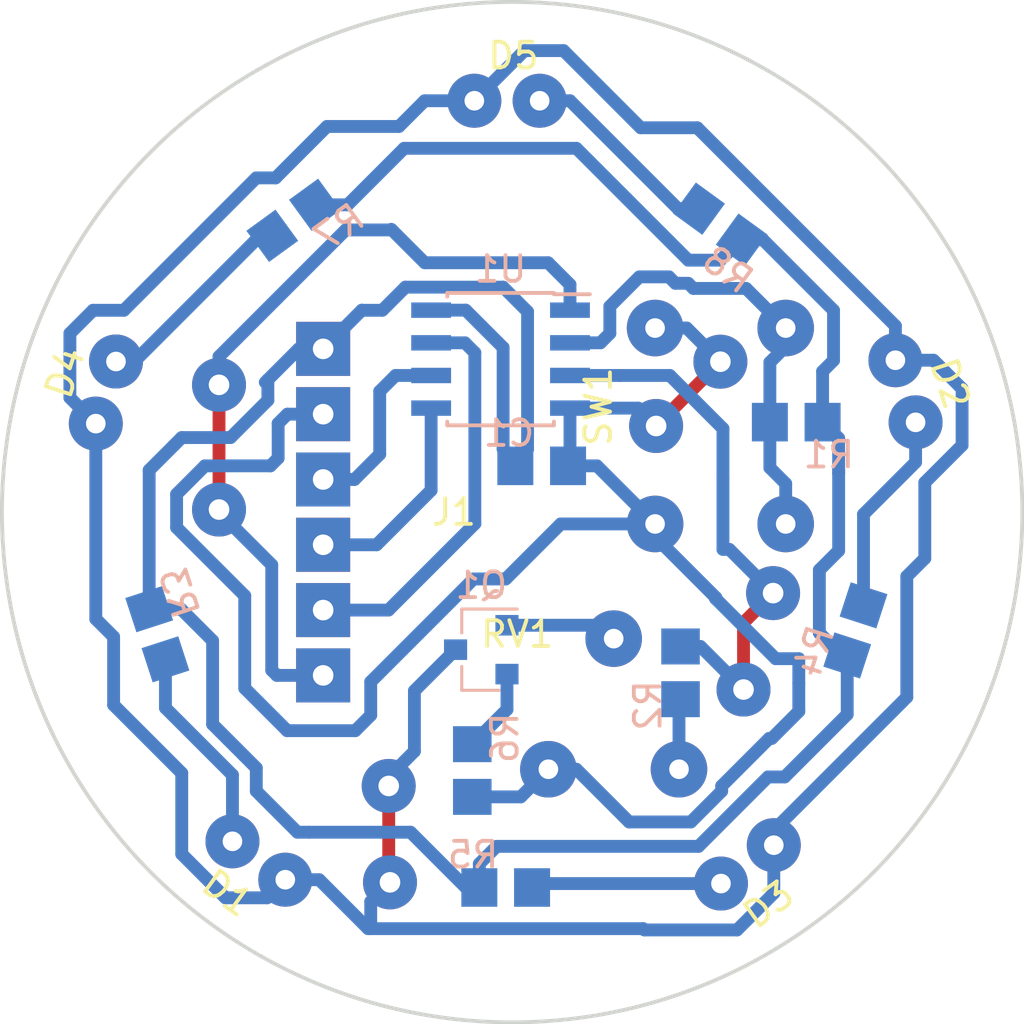
<source format=kicad_pcb>
(kicad_pcb (version 4) (host pcbnew 4.0.7)

  (general
    (links 35)
    (no_connects 0)
    (area 19.590381 20.025 59.51864 59.91864)
    (thickness 1.6)
    (drawings 2)
    (tracks 245)
    (zones 0)
    (modules 19)
    (nets 18)
  )

  (page A4)
  (layers
    (0 F.Cu signal)
    (31 B.Cu signal)
    (32 B.Adhes user)
    (33 F.Adhes user)
    (34 B.Paste user)
    (35 F.Paste user)
    (36 B.SilkS user)
    (37 F.SilkS user)
    (38 B.Mask user)
    (39 F.Mask user)
    (40 Dwgs.User user)
    (41 Cmts.User user)
    (42 Eco1.User user)
    (43 Eco2.User user)
    (44 Edge.Cuts user)
    (45 Margin user)
    (46 B.CrtYd user)
    (47 F.CrtYd user)
    (48 B.Fab user)
    (49 F.Fab user)
  )

  (setup
    (last_trace_width 0.25)
    (user_trace_width 0.5)
    (user_trace_width 1)
    (trace_clearance 0.2)
    (zone_clearance 0.508)
    (zone_45_only no)
    (trace_min 0.2)
    (segment_width 0.2)
    (edge_width 0.15)
    (via_size 0.6)
    (via_drill 0.4)
    (via_min_size 0.4)
    (via_min_drill 0.3)
    (user_via 2.1 0.8)
    (uvia_size 0.3)
    (uvia_drill 0.1)
    (uvias_allowed no)
    (uvia_min_size 0.2)
    (uvia_min_drill 0.1)
    (pcb_text_width 0.3)
    (pcb_text_size 1.5 1.5)
    (mod_edge_width 0.15)
    (mod_text_size 1 1)
    (mod_text_width 0.15)
    (pad_size 2.1 2.1)
    (pad_drill 0.762)
    (pad_to_mask_clearance 0.2)
    (aux_axis_origin 0 0)
    (visible_elements FFFCFF7F)
    (pcbplotparams
      (layerselection 0x010f0_80000001)
      (usegerberextensions false)
      (excludeedgelayer true)
      (linewidth 0.100000)
      (plotframeref false)
      (viasonmask false)
      (mode 1)
      (useauxorigin false)
      (hpglpennumber 1)
      (hpglpenspeed 20)
      (hpglpendiameter 15)
      (hpglpenoverlay 2)
      (psnegative true)
      (psa4output false)
      (plotreference true)
      (plotvalue true)
      (plotinvisibletext false)
      (padsonsilk false)
      (subtractmaskfromsilk false)
      (outputformat 4)
      (mirror true)
      (drillshape 1)
      (scaleselection 1)
      (outputdirectory morseLightGerbers/))
  )

  (net 0 "")
  (net 1 "Net-(D1-Pad1)")
  (net 2 "Net-(D1-Pad2)")
  (net 3 "Net-(D2-Pad2)")
  (net 4 "Net-(D3-Pad2)")
  (net 5 "Net-(D4-Pad2)")
  (net 6 "Net-(D5-Pad2)")
  (net 7 "Net-(J1-Pad5)")
  (net 8 GND)
  (net 9 "Net-(J1-Pad3)")
  (net 10 VCC)
  (net 11 "Net-(J1-Pad4)")
  (net 12 "Net-(J1-Pad6)")
  (net 13 "Net-(Q1-Pad1)")
  (net 14 "Net-(Q1-Pad2)")
  (net 15 "Net-(R1-Pad2)")
  (net 16 "Net-(R2-Pad1)")
  (net 17 "Net-(R2-Pad2)")

  (net_class Default "This is the default net class."
    (clearance 0.2)
    (trace_width 0.25)
    (via_dia 0.6)
    (via_drill 0.4)
    (uvia_dia 0.3)
    (uvia_drill 0.1)
    (add_net GND)
    (add_net "Net-(D1-Pad1)")
    (add_net "Net-(D1-Pad2)")
    (add_net "Net-(D2-Pad2)")
    (add_net "Net-(D3-Pad2)")
    (add_net "Net-(D4-Pad2)")
    (add_net "Net-(D5-Pad2)")
    (add_net "Net-(J1-Pad3)")
    (add_net "Net-(J1-Pad4)")
    (add_net "Net-(J1-Pad5)")
    (add_net "Net-(J1-Pad6)")
    (add_net "Net-(Q1-Pad1)")
    (add_net "Net-(Q1-Pad2)")
    (add_net "Net-(R1-Pad2)")
    (add_net "Net-(R2-Pad1)")
    (add_net "Net-(R2-Pad2)")
    (add_net VCC)
  )

  (module seb_fp:5mmLed (layer F.Cu) (tedit 5CE314CE) (tstamp 5F600379)
    (at 29.75 53.55 144)
    (path /5F5FEF1B)
    (fp_text reference D1 (at 0.25 -1.75 144) (layer F.SilkS)
      (effects (font (size 1 1) (thickness 0.15)))
    )
    (fp_text value LED (at 0 -3 144) (layer F.Fab)
      (effects (font (size 1 1) (thickness 0.15)))
    )
    (pad 1 thru_hole circle (at -1.27 0 144) (size 2.1 2.1) (drill 0.762) (layers *.Cu *.Mask)
      (net 1 "Net-(D1-Pad1)"))
    (pad 2 thru_hole circle (at 1.27 0 144) (size 2.1 2.1) (drill 0.762) (layers *.Cu *.Mask)
      (net 2 "Net-(D1-Pad2)"))
  )

  (module seb_fp:5mmLed (layer F.Cu) (tedit 5CE314CE) (tstamp 5F60037F)
    (at 54.9 35.3 288)
    (path /5F5FEF66)
    (fp_text reference D2 (at 0.25 -1.75 288) (layer F.SilkS)
      (effects (font (size 1 1) (thickness 0.15)))
    )
    (fp_text value LED (at 0 -3 288) (layer F.Fab)
      (effects (font (size 1 1) (thickness 0.15)))
    )
    (pad 1 thru_hole circle (at -1.27 0 288) (size 2.1 2.1) (drill 0.762) (layers *.Cu *.Mask)
      (net 1 "Net-(D1-Pad1)"))
    (pad 2 thru_hole circle (at 1.27 0 288) (size 2.1 2.1) (drill 0.762) (layers *.Cu *.Mask)
      (net 3 "Net-(D2-Pad2)"))
  )

  (module seb_fp:5mmLed (layer F.Cu) (tedit 5CE314CE) (tstamp 5F600385)
    (at 48.75 53.7 216)
    (path /5F5FEF85)
    (fp_text reference D3 (at 0.25 -1.75 216) (layer F.SilkS)
      (effects (font (size 1 1) (thickness 0.15)))
    )
    (fp_text value LED (at 0 -3 216) (layer F.Fab)
      (effects (font (size 1 1) (thickness 0.15)))
    )
    (pad 1 thru_hole circle (at -1.27 0 216) (size 2.1 2.1) (drill 0.762) (layers *.Cu *.Mask)
      (net 1 "Net-(D1-Pad1)"))
    (pad 2 thru_hole circle (at 1.27 0 216) (size 2.1 2.1) (drill 0.762) (layers *.Cu *.Mask)
      (net 4 "Net-(D3-Pad2)"))
  )

  (module seb_fp:5mmLed (layer F.Cu) (tedit 5F5FF71A) (tstamp 5F60038B)
    (at 23.8 35.35 72)
    (path /5F5FEFA7)
    (fp_text reference D4 (at 0.25 -1.75 72) (layer F.SilkS)
      (effects (font (size 1 1) (thickness 0.15)))
    )
    (fp_text value LED (at 0 -3 72) (layer F.Fab)
      (effects (font (size 1 1) (thickness 0.15)))
    )
    (pad 1 thru_hole circle (at -1.27 0 144) (size 2.1 2.1) (drill 0.762) (layers *.Cu *.Mask)
      (net 1 "Net-(D1-Pad1)"))
    (pad 2 thru_hole circle (at 1.27 0 144) (size 2.1 2.1) (drill 0.762) (layers *.Cu *.Mask)
      (net 5 "Net-(D4-Pad2)"))
  )

  (module seb_fp:5mmLed (layer F.Cu) (tedit 5CE314CE) (tstamp 5F600391)
    (at 39.4 24)
    (path /5F5FEFCB)
    (fp_text reference D5 (at 0.25 -1.75) (layer F.SilkS)
      (effects (font (size 1 1) (thickness 0.15)))
    )
    (fp_text value LED (at 0 -3) (layer F.Fab)
      (effects (font (size 1 1) (thickness 0.15)))
    )
    (pad 1 thru_hole circle (at -1.27 0) (size 2.1 2.1) (drill 0.762) (layers *.Cu *.Mask)
      (net 1 "Net-(D1-Pad1)"))
    (pad 2 thru_hole circle (at 1.27 0) (size 2.1 2.1) (drill 0.762) (layers *.Cu *.Mask)
      (net 6 "Net-(D5-Pad2)"))
  )

  (module seb_fp:6pinConn (layer F.Cu) (tedit 5F5FF26D) (tstamp 5F60039B)
    (at 32.25 40)
    (path /5F60097B)
    (fp_text reference J1 (at 5.08 0) (layer F.SilkS)
      (effects (font (size 1 1) (thickness 0.15)))
    )
    (fp_text value Conn_01x06 (at 5.08 2.54) (layer F.Fab)
      (effects (font (size 1 1) (thickness 0.15)))
    )
    (pad 5 thru_hole rect (at 0 3.81) (size 2.1 2.1) (drill 0.8) (layers *.Cu *.Mask)
      (net 7 "Net-(J1-Pad5)"))
    (pad 2 thru_hole rect (at 0 -3.81) (size 2.1 2.1) (drill 0.8) (layers *.Cu *.Mask)
      (net 8 GND))
    (pad 3 thru_hole rect (at 0 -1.27) (size 2.1 2.1) (drill 0.8) (layers *.Cu *.Mask)
      (net 9 "Net-(J1-Pad3)"))
    (pad 1 thru_hole rect (at 0 -6.35) (size 2.1 2.1) (drill 0.8) (layers *.Cu *.Mask)
      (net 10 VCC))
    (pad 4 thru_hole rect (at 0 1.27) (size 2.1 2.1) (drill 0.8) (layers *.Cu *.Mask)
      (net 11 "Net-(J1-Pad4)"))
    (pad 6 thru_hole rect (at 0 6.35) (size 2.1 2.1) (drill 0.8) (layers *.Cu *.Mask)
      (net 12 "Net-(J1-Pad6)"))
  )

  (module TO_SOT_Packages_SMD:SOT-23 (layer B.Cu) (tedit 58CE4E7E) (tstamp 5F6003A2)
    (at 38.4 45.35 180)
    (descr "SOT-23, Standard")
    (tags SOT-23)
    (path /5F5FEEA0)
    (attr smd)
    (fp_text reference Q1 (at 0 2.5 180) (layer B.SilkS)
      (effects (font (size 1 1) (thickness 0.15)) (justify mirror))
    )
    (fp_text value MMBT3904 (at 0 -2.5 180) (layer B.Fab)
      (effects (font (size 1 1) (thickness 0.15)) (justify mirror))
    )
    (fp_text user %R (at 0 0 450) (layer B.Fab)
      (effects (font (size 0.5 0.5) (thickness 0.075)) (justify mirror))
    )
    (fp_line (start -0.7 0.95) (end -0.7 -1.5) (layer B.Fab) (width 0.1))
    (fp_line (start -0.15 1.52) (end 0.7 1.52) (layer B.Fab) (width 0.1))
    (fp_line (start -0.7 0.95) (end -0.15 1.52) (layer B.Fab) (width 0.1))
    (fp_line (start 0.7 1.52) (end 0.7 -1.52) (layer B.Fab) (width 0.1))
    (fp_line (start -0.7 -1.52) (end 0.7 -1.52) (layer B.Fab) (width 0.1))
    (fp_line (start 0.76 -1.58) (end 0.76 -0.65) (layer B.SilkS) (width 0.12))
    (fp_line (start 0.76 1.58) (end 0.76 0.65) (layer B.SilkS) (width 0.12))
    (fp_line (start -1.7 1.75) (end 1.7 1.75) (layer B.CrtYd) (width 0.05))
    (fp_line (start 1.7 1.75) (end 1.7 -1.75) (layer B.CrtYd) (width 0.05))
    (fp_line (start 1.7 -1.75) (end -1.7 -1.75) (layer B.CrtYd) (width 0.05))
    (fp_line (start -1.7 -1.75) (end -1.7 1.75) (layer B.CrtYd) (width 0.05))
    (fp_line (start 0.76 1.58) (end -1.4 1.58) (layer B.SilkS) (width 0.12))
    (fp_line (start 0.76 -1.58) (end -0.7 -1.58) (layer B.SilkS) (width 0.12))
    (pad 1 smd rect (at -1 0.95 180) (size 0.9 0.8) (layers B.Cu B.Paste B.Mask)
      (net 13 "Net-(Q1-Pad1)"))
    (pad 2 smd rect (at -1 -0.95 180) (size 0.9 0.8) (layers B.Cu B.Paste B.Mask)
      (net 14 "Net-(Q1-Pad2)"))
    (pad 3 smd rect (at 1 0 180) (size 0.9 0.8) (layers B.Cu B.Paste B.Mask)
      (net 1 "Net-(D1-Pad1)"))
    (model ${KISYS3DMOD}/TO_SOT_Packages_SMD.3dshapes/SOT-23.wrl
      (at (xyz 0 0 0))
      (scale (xyz 1 1 1))
      (rotate (xyz 0 0 0))
    )
  )

  (module seb_fp:0805_2 (layer B.Cu) (tedit 5DA29C88) (tstamp 5F6003A8)
    (at 50.65 36.5)
    (path /5F601271)
    (fp_text reference R1 (at 1.27 1.27) (layer B.SilkS)
      (effects (font (size 1 1) (thickness 0.15)) (justify mirror))
    )
    (fp_text value R (at -2.54 1.77) (layer B.Fab)
      (effects (font (size 1 1) (thickness 0.15)) (justify mirror))
    )
    (pad 1 smd rect (at 1.025 0) (size 1.4 1.5) (layers B.Cu B.Paste B.Mask)
      (net 10 VCC))
    (pad 2 smd rect (at -1.025 0) (size 1.4 1.5) (layers B.Cu B.Paste B.Mask)
      (net 15 "Net-(R1-Pad2)"))
  )

  (module seb_fp:0805_2 (layer B.Cu) (tedit 5DA29C88) (tstamp 5F6003AE)
    (at 46.15 46.25 270)
    (path /5F5FFA66)
    (fp_text reference R2 (at 1.27 1.27 270) (layer B.SilkS)
      (effects (font (size 1 1) (thickness 0.15)) (justify mirror))
    )
    (fp_text value R (at -2.54 1.77 270) (layer B.Fab)
      (effects (font (size 1 1) (thickness 0.15)) (justify mirror))
    )
    (pad 1 smd rect (at 1.025 0 270) (size 1.4 1.5) (layers B.Cu B.Paste B.Mask)
      (net 16 "Net-(R2-Pad1)"))
    (pad 2 smd rect (at -1.025 0 270) (size 1.4 1.5) (layers B.Cu B.Paste B.Mask)
      (net 17 "Net-(R2-Pad2)"))
  )

  (module seb_fp:0805_2 (layer B.Cu) (tedit 5DA29C88) (tstamp 5F6003B4)
    (at 25.8 44.75 108)
    (path /5F5FF0AC)
    (fp_text reference R3 (at 1.27 1.27 108) (layer B.SilkS)
      (effects (font (size 1 1) (thickness 0.15)) (justify mirror))
    )
    (fp_text value R (at -2.54 1.77 108) (layer B.Fab)
      (effects (font (size 1 1) (thickness 0.15)) (justify mirror))
    )
    (pad 1 smd rect (at 1.025 0 108) (size 1.4 1.5) (layers B.Cu B.Paste B.Mask)
      (net 10 VCC))
    (pad 2 smd rect (at -1.025 0 108) (size 1.4 1.5) (layers B.Cu B.Paste B.Mask)
      (net 2 "Net-(D1-Pad2)"))
  )

  (module seb_fp:0805_2 (layer B.Cu) (tedit 5DA29C88) (tstamp 5F6003BA)
    (at 52.95 44.6 252)
    (path /5F5FF0F6)
    (fp_text reference R4 (at 1.27 1.27 252) (layer B.SilkS)
      (effects (font (size 1 1) (thickness 0.15)) (justify mirror))
    )
    (fp_text value R (at -2.54 1.77 252) (layer B.Fab)
      (effects (font (size 1 1) (thickness 0.15)) (justify mirror))
    )
    (pad 1 smd rect (at 1.025 0 252) (size 1.4 1.5) (layers B.Cu B.Paste B.Mask)
      (net 10 VCC))
    (pad 2 smd rect (at -1.025 0 252) (size 1.4 1.5) (layers B.Cu B.Paste B.Mask)
      (net 3 "Net-(D2-Pad2)"))
  )

  (module seb_fp:0805_2 (layer B.Cu) (tedit 5DA29C88) (tstamp 5F6003C0)
    (at 39.35 54.6 180)
    (path /5F5FF12A)
    (fp_text reference R5 (at 1.27 1.27 180) (layer B.SilkS)
      (effects (font (size 1 1) (thickness 0.15)) (justify mirror))
    )
    (fp_text value R (at -2.54 1.77 180) (layer B.Fab)
      (effects (font (size 1 1) (thickness 0.15)) (justify mirror))
    )
    (pad 1 smd rect (at 1.025 0 180) (size 1.4 1.5) (layers B.Cu B.Paste B.Mask)
      (net 10 VCC))
    (pad 2 smd rect (at -1.025 0 180) (size 1.4 1.5) (layers B.Cu B.Paste B.Mask)
      (net 4 "Net-(D3-Pad2)"))
  )

  (module seb_fp:0805_2 (layer B.Cu) (tedit 5DA29C88) (tstamp 5F6003C6)
    (at 38.05 50.05 90)
    (path /5F5FF06E)
    (fp_text reference R6 (at 1.27 1.27 90) (layer B.SilkS)
      (effects (font (size 1 1) (thickness 0.15)) (justify mirror))
    )
    (fp_text value R (at -2.54 1.77 90) (layer B.Fab)
      (effects (font (size 1 1) (thickness 0.15)) (justify mirror))
    )
    (pad 1 smd rect (at 1.025 0 90) (size 1.4 1.5) (layers B.Cu B.Paste B.Mask)
      (net 14 "Net-(Q1-Pad2)"))
    (pad 2 smd rect (at -1.025 0 90) (size 1.4 1.5) (layers B.Cu B.Paste B.Mask)
      (net 8 GND))
  )

  (module seb_fp:0805_2 (layer B.Cu) (tedit 5DA29C88) (tstamp 5F6003CC)
    (at 31.1 28.65 36)
    (path /5F5FF15F)
    (fp_text reference R7 (at 1.27 1.27 36) (layer B.SilkS)
      (effects (font (size 1 1) (thickness 0.15)) (justify mirror))
    )
    (fp_text value R (at -2.54 1.77 36) (layer B.Fab)
      (effects (font (size 1 1) (thickness 0.15)) (justify mirror))
    )
    (pad 1 smd rect (at 1.025 0 36) (size 1.4 1.5) (layers B.Cu B.Paste B.Mask)
      (net 10 VCC))
    (pad 2 smd rect (at -1.025 0 36) (size 1.4 1.5) (layers B.Cu B.Paste B.Mask)
      (net 5 "Net-(D4-Pad2)"))
  )

  (module seb_fp:0805_2 (layer B.Cu) (tedit 5DA29C88) (tstamp 5F6003D2)
    (at 47.7 28.8 324)
    (path /5F5FF1B3)
    (fp_text reference R8 (at 1.27 1.27 324) (layer B.SilkS)
      (effects (font (size 1 1) (thickness 0.15)) (justify mirror))
    )
    (fp_text value R (at -2.54 1.77 324) (layer B.Fab)
      (effects (font (size 1 1) (thickness 0.15)) (justify mirror))
    )
    (pad 1 smd rect (at 1.025 0 324) (size 1.4 1.5) (layers B.Cu B.Paste B.Mask)
      (net 10 VCC))
    (pad 2 smd rect (at -1.025 0 324) (size 1.4 1.5) (layers B.Cu B.Paste B.Mask)
      (net 6 "Net-(D5-Pad2)"))
  )

  (module seb_fp:bluePot (layer F.Cu) (tedit 5CE74994) (tstamp 5F6003D9)
    (at 43.55 50 180)
    (path /5F5FF92E)
    (fp_text reference RV1 (at 3.75 5.25 180) (layer F.SilkS)
      (effects (font (size 1 1) (thickness 0.15)))
    )
    (fp_text value POT (at 0.25 -2 180) (layer F.Fab)
      (effects (font (size 1 1) (thickness 0.15)))
    )
    (pad 1 thru_hole circle (at -2.54 0 180) (size 2.2 2.2) (drill 0.762) (layers *.Cu *.Mask)
      (net 16 "Net-(R2-Pad1)"))
    (pad 3 thru_hole circle (at 2.54 0 180) (size 2.2 2.2) (drill 0.762) (layers *.Cu *.Mask)
      (net 8 GND))
    (pad 2 thru_hole circle (at 0 5.08 180) (size 2.2 2.2) (drill 0.762) (layers *.Cu *.Mask)
      (net 13 "Net-(Q1-Pad1)"))
  )

  (module seb_fp:SmollSwitch (layer F.Cu) (tedit 5CE86460) (tstamp 5F6003E1)
    (at 47.7 36.65 90)
    (path /5F600DB8)
    (fp_text reference SW1 (at 0.75 -4.75 90) (layer F.SilkS)
      (effects (font (size 1 1) (thickness 0.15)))
    )
    (fp_text value NOSwitch (at 0.25 -6 90) (layer F.Fab)
      (effects (font (size 1 1) (thickness 0.15)))
    )
    (pad 1 thru_hole circle (at -3.81 2.54 90) (size 2.2 2.2) (drill 0.762) (layers *.Cu *.Mask)
      (net 15 "Net-(R1-Pad2)"))
    (pad 2 thru_hole circle (at -3.81 -2.54 90) (size 2.2 2.2) (drill 0.762) (layers *.Cu *.Mask)
      (net 8 GND))
    (pad 2 thru_hole circle (at 3.81 -2.54 90) (size 2.2 2.2) (drill 0.762) (layers *.Cu *.Mask)
      (net 8 GND))
    (pad 1 thru_hole circle (at 3.81 2.54 90) (size 2.2 2.2) (drill 0.762) (layers *.Cu *.Mask)
      (net 15 "Net-(R1-Pad2)"))
  )

  (module Housings_SOIC:SOIC-8_3.9x4.9mm_Pitch1.27mm (layer B.Cu) (tedit 58CD0CDA) (tstamp 5F6003ED)
    (at 39.15 34.05 180)
    (descr "8-Lead Plastic Small Outline (SN) - Narrow, 3.90 mm Body [SOIC] (see Microchip Packaging Specification 00000049BS.pdf)")
    (tags "SOIC 1.27")
    (path /5F5FEDF7)
    (attr smd)
    (fp_text reference U1 (at 0 3.5 180) (layer B.SilkS)
      (effects (font (size 1 1) (thickness 0.15)) (justify mirror))
    )
    (fp_text value ATTINY13-20SSU (at 0 -3.5 180) (layer B.Fab)
      (effects (font (size 1 1) (thickness 0.15)) (justify mirror))
    )
    (fp_text user %R (at 0 0 180) (layer B.Fab)
      (effects (font (size 1 1) (thickness 0.15)) (justify mirror))
    )
    (fp_line (start -0.95 2.45) (end 1.95 2.45) (layer B.Fab) (width 0.1))
    (fp_line (start 1.95 2.45) (end 1.95 -2.45) (layer B.Fab) (width 0.1))
    (fp_line (start 1.95 -2.45) (end -1.95 -2.45) (layer B.Fab) (width 0.1))
    (fp_line (start -1.95 -2.45) (end -1.95 1.45) (layer B.Fab) (width 0.1))
    (fp_line (start -1.95 1.45) (end -0.95 2.45) (layer B.Fab) (width 0.1))
    (fp_line (start -3.73 2.7) (end -3.73 -2.7) (layer B.CrtYd) (width 0.05))
    (fp_line (start 3.73 2.7) (end 3.73 -2.7) (layer B.CrtYd) (width 0.05))
    (fp_line (start -3.73 2.7) (end 3.73 2.7) (layer B.CrtYd) (width 0.05))
    (fp_line (start -3.73 -2.7) (end 3.73 -2.7) (layer B.CrtYd) (width 0.05))
    (fp_line (start -2.075 2.575) (end -2.075 2.525) (layer B.SilkS) (width 0.15))
    (fp_line (start 2.075 2.575) (end 2.075 2.43) (layer B.SilkS) (width 0.15))
    (fp_line (start 2.075 -2.575) (end 2.075 -2.43) (layer B.SilkS) (width 0.15))
    (fp_line (start -2.075 -2.575) (end -2.075 -2.43) (layer B.SilkS) (width 0.15))
    (fp_line (start -2.075 2.575) (end 2.075 2.575) (layer B.SilkS) (width 0.15))
    (fp_line (start -2.075 -2.575) (end 2.075 -2.575) (layer B.SilkS) (width 0.15))
    (fp_line (start -2.075 2.525) (end -3.475 2.525) (layer B.SilkS) (width 0.15))
    (pad 1 smd rect (at -2.7 1.905 180) (size 1.55 0.6) (layers B.Cu B.Paste B.Mask)
      (net 12 "Net-(J1-Pad6)"))
    (pad 2 smd rect (at -2.7 0.635 180) (size 1.55 0.6) (layers B.Cu B.Paste B.Mask)
      (net 15 "Net-(R1-Pad2)"))
    (pad 3 smd rect (at -2.7 -0.635 180) (size 1.55 0.6) (layers B.Cu B.Paste B.Mask)
      (net 17 "Net-(R2-Pad2)"))
    (pad 4 smd rect (at -2.7 -1.905 180) (size 1.55 0.6) (layers B.Cu B.Paste B.Mask)
      (net 8 GND))
    (pad 5 smd rect (at 2.7 -1.905 180) (size 1.55 0.6) (layers B.Cu B.Paste B.Mask)
      (net 11 "Net-(J1-Pad4)"))
    (pad 6 smd rect (at 2.7 -0.635 180) (size 1.55 0.6) (layers B.Cu B.Paste B.Mask)
      (net 9 "Net-(J1-Pad3)"))
    (pad 7 smd rect (at 2.7 0.635 180) (size 1.55 0.6) (layers B.Cu B.Paste B.Mask)
      (net 7 "Net-(J1-Pad5)"))
    (pad 8 smd rect (at 2.7 1.905 180) (size 1.55 0.6) (layers B.Cu B.Paste B.Mask)
      (net 10 VCC))
    (model ${KISYS3DMOD}/Housings_SOIC.3dshapes/SOIC-8_3.9x4.9mm_Pitch1.27mm.wrl
      (at (xyz 0 0 0))
      (scale (xyz 1 1 1))
      (rotate (xyz 0 0 0))
    )
  )

  (module seb_fp:0805_2 (layer B.Cu) (tedit 5DA29C88) (tstamp 5F60060D)
    (at 40.75 38.2 180)
    (path /5F6023B7)
    (fp_text reference C1 (at 1.27 1.27 180) (layer B.SilkS)
      (effects (font (size 1 1) (thickness 0.15)) (justify mirror))
    )
    (fp_text value C (at -2.54 1.77 180) (layer B.Fab)
      (effects (font (size 1 1) (thickness 0.15)) (justify mirror))
    )
    (pad 1 smd rect (at 1.025 0 180) (size 1.4 1.5) (layers B.Cu B.Paste B.Mask)
      (net 10 VCC))
    (pad 2 smd rect (at -1.025 0 180) (size 1.4 1.5) (layers B.Cu B.Paste B.Mask)
      (net 8 GND))
  )

  (gr_circle (center 39.6 40) (end 56.5 50.4) (layer Edge.Cuts) (width 0.15))
  (gr_circle (center 39.35 40.35) (end 51.65 49.3) (layer Dwgs.User) (width 0.2))

  (segment (start 34.8 50.65) (end 34.8 50.3) (width 0.5) (layer B.Cu) (net 1))
  (via (at 34.8 50.65) (size 2.1) (drill 0.8) (layers F.Cu B.Cu) (net 1))
  (segment (start 34.8 51.15) (end 34.8 50.65) (width 0.5) (layer F.Cu) (net 1))
  (segment (start 35.8 46.95) (end 37.4 45.35) (width 0.5) (layer B.Cu) (net 1) (tstamp 5F6003BC))
  (segment (start 35.8 49.3) (end 35.8 46.95) (width 0.5) (layer B.Cu) (net 1) (tstamp 5F6003BB))
  (segment (start 34.8 50.3) (end 35.8 49.3) (width 0.5) (layer B.Cu) (net 1) (tstamp 5F6003BA))
  (segment (start 37.4 45.35) (end 37.4 45.4) (width 0.5) (layer B.Cu) (net 1))
  (segment (start 34.1 56.2) (end 34.1 55.15) (width 0.5) (layer B.Cu) (net 1))
  (segment (start 34.8 54.35) (end 34.8 51.15) (width 0.5) (layer F.Cu) (net 1) (tstamp 5F6000C6))
  (segment (start 34.8 51.15) (end 34.8 50.9) (width 0.5) (layer F.Cu) (net 1) (tstamp 5F6000CD))
  (segment (start 34.85 54.4) (end 34.8 54.35) (width 0.5) (layer F.Cu) (net 1) (tstamp 5F6000C5))
  (via (at 34.85 54.4) (size 2.1) (drill 0.8) (layers F.Cu B.Cu) (net 1))
  (segment (start 34.1 55.15) (end 34.85 54.4) (width 0.5) (layer B.Cu) (net 1) (tstamp 5F6000C3))
  (segment (start 54.507548 34.092158) (end 54.507548 32.757548) (width 0.5) (layer B.Cu) (net 1))
  (segment (start 40.08 22.05) (end 38.13 24) (width 0.5) (layer B.Cu) (net 1) (tstamp 5F5FFF31))
  (segment (start 41.6 22.05) (end 40.08 22.05) (width 0.5) (layer B.Cu) (net 1) (tstamp 5F5FFF2F))
  (segment (start 44.6 25.05) (end 41.6 22.05) (width 0.5) (layer B.Cu) (net 1) (tstamp 5F5FFF2D))
  (segment (start 46.8 25.05) (end 44.6 25.05) (width 0.5) (layer B.Cu) (net 1) (tstamp 5F5FFF2B))
  (segment (start 54.507548 32.757548) (end 46.8 25.05) (width 0.5) (layer B.Cu) (net 1) (tstamp 5F5FFF29))
  (segment (start 49.777452 52.953513) (end 49.777452 52.372548) (width 0.5) (layer B.Cu) (net 1))
  (segment (start 49.777452 52.372548) (end 54.95 47.2) (width 0.5) (layer B.Cu) (net 1) (tstamp 5F5FFF1B))
  (segment (start 55.992158 34.092158) (end 54.507548 34.092158) (width 0.5) (layer B.Cu) (net 1) (tstamp 5F5FFF25))
  (segment (start 57.1 35.2) (end 55.992158 34.092158) (width 0.5) (layer B.Cu) (net 1) (tstamp 5F5FFF24))
  (segment (start 57.1 37.4) (end 57.1 35.2) (width 0.5) (layer B.Cu) (net 1) (tstamp 5F5FFF23))
  (segment (start 55.65 38.85) (end 57.1 37.4) (width 0.5) (layer B.Cu) (net 1) (tstamp 5F5FFF20))
  (segment (start 55.65 41.8) (end 55.65 38.85) (width 0.5) (layer B.Cu) (net 1) (tstamp 5F5FFF1F))
  (segment (start 54.95 42.5) (end 55.65 41.8) (width 0.5) (layer B.Cu) (net 1) (tstamp 5F5FFF1E))
  (segment (start 54.95 47.2) (end 54.95 42.5) (width 0.5) (layer B.Cu) (net 1) (tstamp 5F5FFF1C))
  (segment (start 30.777452 54.296487) (end 32.096487 54.296487) (width 0.5) (layer B.Cu) (net 1))
  (segment (start 49.777452 54.822548) (end 49.777452 52.953513) (width 0.5) (layer B.Cu) (net 1) (tstamp 5F5FFF18))
  (segment (start 48.35 56.25) (end 49.777452 54.822548) (width 0.5) (layer B.Cu) (net 1) (tstamp 5F5FFF16))
  (segment (start 44.75 56.25) (end 48.35 56.25) (width 0.5) (layer B.Cu) (net 1) (tstamp 5F5FFF15))
  (segment (start 44.7 56.2) (end 44.75 56.25) (width 0.5) (layer B.Cu) (net 1) (tstamp 5F5FFF14))
  (segment (start 34 56.2) (end 34.1 56.2) (width 0.5) (layer B.Cu) (net 1) (tstamp 5F5FFF13))
  (segment (start 34.1 56.2) (end 44.7 56.2) (width 0.5) (layer B.Cu) (net 1) (tstamp 5F6000C1))
  (segment (start 32.096487 54.296487) (end 34 56.2) (width 0.5) (layer B.Cu) (net 1) (tstamp 5F5FFF12))
  (segment (start 23.407548 36.557842) (end 23.407548 44.157548) (width 0.5) (layer B.Cu) (net 1))
  (segment (start 28.45 55) (end 30.073939 55) (width 0.5) (layer B.Cu) (net 1) (tstamp 5F5FFF0E))
  (segment (start 26.75 53.3) (end 28.45 55) (width 0.5) (layer B.Cu) (net 1) (tstamp 5F5FFF0D))
  (segment (start 26.75 50.15) (end 26.75 53.3) (width 0.5) (layer B.Cu) (net 1) (tstamp 5F5FFF0A))
  (segment (start 24.1 47.5) (end 26.75 50.15) (width 0.5) (layer B.Cu) (net 1) (tstamp 5F5FFF08))
  (segment (start 24.1 44.85) (end 24.1 47.5) (width 0.5) (layer B.Cu) (net 1) (tstamp 5F5FFF07))
  (segment (start 23.407548 44.157548) (end 24.1 44.85) (width 0.5) (layer B.Cu) (net 1) (tstamp 5F5FFF03))
  (segment (start 30.073939 55) (end 30.777452 54.296487) (width 0.5) (layer B.Cu) (net 1) (tstamp 5F5FFF0F))
  (segment (start 38.13 24) (end 36.2 24) (width 0.5) (layer B.Cu) (net 1))
  (segment (start 36.2 24) (end 35.2 25) (width 0.5) (layer B.Cu) (net 1) (tstamp 5F5FFEEA))
  (segment (start 35.2 25) (end 32.4 25) (width 0.5) (layer B.Cu) (net 1) (tstamp 5F5FFEEE))
  (segment (start 32.4 25) (end 30.4 27) (width 0.5) (layer B.Cu) (net 1) (tstamp 5F5FFEEF))
  (segment (start 30.4 27) (end 29.65 27) (width 0.5) (layer B.Cu) (net 1) (tstamp 5F5FFEF0))
  (segment (start 29.65 27) (end 24.5 32.15) (width 0.5) (layer B.Cu) (net 1) (tstamp 5F5FFEF3))
  (segment (start 24.5 32.15) (end 23.3 32.15) (width 0.5) (layer B.Cu) (net 1) (tstamp 5F5FFEF4))
  (segment (start 23.3 32.15) (end 22.4 33.05) (width 0.5) (layer B.Cu) (net 1) (tstamp 5F5FFEF7))
  (segment (start 22.4 33.05) (end 22.4 35.550294) (width 0.5) (layer B.Cu) (net 1) (tstamp 5F5FFEF8))
  (segment (start 22.4 35.550294) (end 23.407548 36.557842) (width 0.5) (layer B.Cu) (net 1) (tstamp 5F5FFEFD))
  (segment (start 49.777452 52.953513) (end 49.777452 53.127452) (width 1) (layer B.Cu) (net 1))
  (segment (start 49.777452 52.953513) (end 49.777452 52.872548) (width 1) (layer B.Cu) (net 1))
  (segment (start 28.722548 52.803513) (end 28.722548 50.222548) (width 0.5) (layer B.Cu) (net 2))
  (segment (start 26.116742 47.616742) (end 26.116742 45.724833) (width 0.5) (layer B.Cu) (net 2) (tstamp 5F5FFF73))
  (segment (start 28.722548 50.222548) (end 26.116742 47.616742) (width 0.5) (layer B.Cu) (net 2) (tstamp 5F5FFF72))
  (segment (start 55.292452 36.507842) (end 55.292452 38.057548) (width 0.5) (layer B.Cu) (net 3))
  (segment (start 53.266742 40.083258) (end 53.266742 43.625167) (width 0.5) (layer B.Cu) (net 3) (tstamp 5F5FFF69))
  (segment (start 55.292452 38.057548) (end 53.266742 40.083258) (width 0.5) (layer B.Cu) (net 3) (tstamp 5F5FFF68))
  (segment (start 47.722548 54.446487) (end 40.528513 54.446487) (width 0.5) (layer B.Cu) (net 4))
  (segment (start 40.528513 54.446487) (end 40.375 54.6) (width 0.5) (layer B.Cu) (net 4) (tstamp 5F5FFF6E))
  (segment (start 24.192452 34.142158) (end 24.907842 34.142158) (width 0.5) (layer B.Cu) (net 5))
  (segment (start 24.907842 34.142158) (end 29.79752 29.25248) (width 0.5) (layer B.Cu) (net 5) (tstamp 5F5FFF60))
  (segment (start 29.79752 29.25248) (end 30.270758 29.25248) (width 0.5) (layer B.Cu) (net 5) (tstamp 5F5FFF61))
  (segment (start 40.67 24) (end 41.85 24) (width 0.5) (layer B.Cu) (net 6))
  (segment (start 41.85 24) (end 46.04752 28.19752) (width 0.5) (layer B.Cu) (net 6) (tstamp 5F5FFF64))
  (segment (start 46.04752 28.19752) (end 46.870758 28.19752) (width 0.5) (layer B.Cu) (net 6) (tstamp 5F5FFF65))
  (segment (start 36.45 33.415) (end 37.765 33.415) (width 0.5) (layer B.Cu) (net 7))
  (segment (start 34.79 43.81) (end 32.25 43.81) (width 0.5) (layer B.Cu) (net 7) (tstamp 5F60025E))
  (segment (start 38.15 40.45) (end 34.79 43.81) (width 0.5) (layer B.Cu) (net 7) (tstamp 5F60025B))
  (segment (start 38.15 33.8) (end 38.15 40.45) (width 0.5) (layer B.Cu) (net 7) (tstamp 5F60025A))
  (segment (start 37.765 33.415) (end 38.15 33.8) (width 0.5) (layer B.Cu) (net 7) (tstamp 5F600258))
  (segment (start 45.16 32.84) (end 46.39 32.84) (width 0.5) (layer B.Cu) (net 8))
  (segment (start 44.505 35.955) (end 41.85 35.955) (width 0.5) (layer B.Cu) (net 8) (tstamp 5F60058A))
  (segment (start 45.2 36.65) (end 44.505 35.955) (width 0.5) (layer B.Cu) (net 8) (tstamp 5F600589))
  (via (at 45.2 36.65) (size 2.1) (drill 0.8) (layers F.Cu B.Cu) (net 8))
  (segment (start 47.7 34.15) (end 45.2 36.65) (width 0.5) (layer F.Cu) (net 8) (tstamp 5F600585))
  (via (at 47.7 34.15) (size 2.1) (drill 0.8) (layers F.Cu B.Cu) (net 8))
  (segment (start 46.39 32.84) (end 47.7 34.15) (width 0.5) (layer B.Cu) (net 8) (tstamp 5F600580))
  (segment (start 47.525 43.375) (end 47.525 43.325) (width 0.5) (layer B.Cu) (net 8))
  (segment (start 47.525 43.325) (end 45.16 40.96) (width 0.5) (layer B.Cu) (net 8) (tstamp 5F60056C))
  (segment (start 45.16 40.96) (end 45.16 40.46) (width 0.5) (layer B.Cu) (net 8) (tstamp 5F60056D))
  (segment (start 47.75 50.65) (end 49.6 48.8) (width 0.5) (layer B.Cu) (net 8) (tstamp 5F600533))
  (segment (start 49.6 48.8) (end 49.7 48.8) (width 0.5) (layer B.Cu) (net 8) (tstamp 5F600534))
  (segment (start 49.7 48.8) (end 50.75 47.75) (width 0.5) (layer B.Cu) (net 8) (tstamp 5F600535))
  (segment (start 50.75 47.75) (end 50.75 46.65) (width 0.5) (layer B.Cu) (net 8) (tstamp 5F600537))
  (segment (start 44.15 52.05) (end 42.1 50) (width 0.5) (layer B.Cu) (net 8) (tstamp 5F600306))
  (segment (start 46.55 52.05) (end 47.75 50.85) (width 0.5) (layer B.Cu) (net 8) (tstamp 5F600309))
  (segment (start 44.15 52.05) (end 46.55 52.05) (width 0.5) (layer B.Cu) (net 8) (tstamp 5F600307))
  (segment (start 47.75 50.85) (end 47.75 50.65) (width 0.5) (layer B.Cu) (net 8))
  (segment (start 50.75 46.65) (end 50.75 45.7) (width 0.5) (layer B.Cu) (net 8))
  (segment (start 49.85 45.7) (end 50.75 45.7) (width 0.5) (layer B.Cu) (net 8) (tstamp 5F600554))
  (segment (start 47.5 43.35) (end 47.525 43.375) (width 0.5) (layer B.Cu) (net 8) (tstamp 5F600553))
  (segment (start 47.525 43.375) (end 49.85 45.7) (width 0.5) (layer B.Cu) (net 8) (tstamp 5F60056A))
  (segment (start 32.25 36.19) (end 30.86 36.19) (width 0.5) (layer B.Cu) (net 8))
  (segment (start 41.49 40.46) (end 39.35 42.6) (width 0.5) (layer B.Cu) (net 8) (tstamp 5F6003A5))
  (segment (start 39.35 42.6) (end 38.1 42.6) (width 0.5) (layer B.Cu) (net 8) (tstamp 5F6003A6))
  (segment (start 38.1 42.6) (end 34.099998 46.600002) (width 0.5) (layer B.Cu) (net 8) (tstamp 5F6003A8))
  (segment (start 34.099998 46.600002) (end 34.099998 47.900002) (width 0.5) (layer B.Cu) (net 8) (tstamp 5F6003AB))
  (segment (start 34.099998 47.900002) (end 33.5 48.5) (width 0.5) (layer B.Cu) (net 8) (tstamp 5F6003B0))
  (segment (start 33.5 48.5) (end 30.85 48.5) (width 0.5) (layer B.Cu) (net 8) (tstamp 5F6003B2))
  (segment (start 30.85 48.5) (end 29.2 46.85) (width 0.5) (layer B.Cu) (net 8) (tstamp 5F6003B4))
  (segment (start 41.49 40.46) (end 45.16 40.46) (width 0.5) (layer B.Cu) (net 8))
  (segment (start 29.2 43.25) (end 29.2 46.85) (width 0.5) (layer B.Cu) (net 8) (tstamp 5F6003E1))
  (segment (start 26.55 40.6) (end 29.2 43.25) (width 0.5) (layer B.Cu) (net 8) (tstamp 5F6003DF))
  (segment (start 26.55 39.3) (end 26.55 40.6) (width 0.5) (layer B.Cu) (net 8) (tstamp 5F6003DD))
  (segment (start 27.65 38.2) (end 26.55 39.3) (width 0.5) (layer B.Cu) (net 8) (tstamp 5F6003DA))
  (segment (start 30.2 38.2) (end 27.65 38.2) (width 0.5) (layer B.Cu) (net 8) (tstamp 5F6003D8))
  (segment (start 30.5 37.9) (end 30.2 38.2) (width 0.5) (layer B.Cu) (net 8) (tstamp 5F6003D6))
  (segment (start 30.5 36.55) (end 30.5 37.9) (width 0.5) (layer B.Cu) (net 8) (tstamp 5F6003D1))
  (segment (start 30.86 36.19) (end 30.5 36.55) (width 0.5) (layer B.Cu) (net 8) (tstamp 5F6003D0))
  (segment (start 41.01 50) (end 42.1 50) (width 0.5) (layer B.Cu) (net 8))
  (segment (start 38.05 51.075) (end 39.935 51.075) (width 0.5) (layer B.Cu) (net 8))
  (segment (start 39.935 51.075) (end 41.01 50) (width 0.5) (layer B.Cu) (net 8) (tstamp 5F600303))
  (segment (start 41.775 38.2) (end 42.9 38.2) (width 0.5) (layer B.Cu) (net 8))
  (segment (start 42.9 38.2) (end 45.16 40.46) (width 0.5) (layer B.Cu) (net 8) (tstamp 5F60026E))
  (segment (start 41.85 35.955) (end 41.85 38.125) (width 0.5) (layer B.Cu) (net 8))
  (segment (start 41.85 38.125) (end 41.775 38.2) (width 0.5) (layer B.Cu) (net 8) (tstamp 5F60016E))
  (segment (start 32.25 38.73) (end 33.47 38.73) (width 0.5) (layer B.Cu) (net 9))
  (segment (start 35.065 34.685) (end 36.45 34.685) (width 0.5) (layer B.Cu) (net 9) (tstamp 5F600269))
  (segment (start 34.45 35.3) (end 35.065 34.685) (width 0.5) (layer B.Cu) (net 9) (tstamp 5F600267))
  (segment (start 34.45 37.75) (end 34.45 35.3) (width 0.5) (layer B.Cu) (net 9) (tstamp 5F600266))
  (segment (start 33.47 38.73) (end 34.45 37.75) (width 0.5) (layer B.Cu) (net 9) (tstamp 5F600265))
  (segment (start 26.45 37.4) (end 26.75 37.1) (width 0.5) (layer B.Cu) (net 10))
  (segment (start 25.483258 43.775167) (end 25.483258 38.366742) (width 0.5) (layer B.Cu) (net 10))
  (segment (start 26.45 37.4) (end 25.483258 38.366742) (width 0.5) (layer B.Cu) (net 10) (tstamp 5F600394))
  (segment (start 30.1 35.65) (end 30.1 34.85) (width 0.5) (layer B.Cu) (net 10) (tstamp 5F6003FB))
  (segment (start 28.65 37.1) (end 30.1 35.65) (width 0.5) (layer B.Cu) (net 10) (tstamp 5F6003F8))
  (segment (start 26.75 37.1) (end 28.65 37.1) (width 0.5) (layer B.Cu) (net 10) (tstamp 5F6003F3))
  (segment (start 32.25 33.65) (end 31.3 33.65) (width 0.5) (layer B.Cu) (net 10))
  (segment (start 31.3 33.65) (end 30.1 34.85) (width 0.5) (layer B.Cu) (net 10) (tstamp 5F60038F))
  (segment (start 30.1 34.85) (end 30 34.95) (width 0.5) (layer B.Cu) (net 10) (tstamp 5F6003FF))
  (segment (start 33.75 32.15) (end 34.55 32.15) (width 0.5) (layer B.Cu) (net 10))
  (segment (start 40.2 32.2) (end 40.2 37.55) (width 0.5) (layer B.Cu) (net 10) (tstamp 5F60032C))
  (segment (start 39.25 31.25) (end 40.2 32.2) (width 0.5) (layer B.Cu) (net 10) (tstamp 5F600329))
  (segment (start 35.45 31.25) (end 39.25 31.25) (width 0.5) (layer B.Cu) (net 10) (tstamp 5F600328))
  (segment (start 34.55 32.15) (end 35.45 31.25) (width 0.5) (layer B.Cu) (net 10) (tstamp 5F600327))
  (segment (start 40.2 37.55) (end 39.725 38.2) (width 0.5) (layer B.Cu) (net 10) (tstamp 5F600331))
  (segment (start 31.929242 28.04752) (end 32.44752 28.04752) (width 0.5) (layer B.Cu) (net 10))
  (segment (start 33.755 32.145) (end 33.75 32.15) (width 0.5) (layer B.Cu) (net 10) (tstamp 5F600216))
  (segment (start 33.75 32.15) (end 32.25 33.65) (width 0.5) (layer B.Cu) (net 10) (tstamp 5F600325))
  (segment (start 39.725 38.2) (end 39.725 38.025) (width 0.5) (layer B.Cu) (net 10))
  (segment (start 39.725 38.025) (end 39.25 37.55) (width 0.5) (layer B.Cu) (net 10) (tstamp 5F600186))
  (segment (start 39.25 37.55) (end 39.25 33.6) (width 0.5) (layer B.Cu) (net 10) (tstamp 5F600187))
  (segment (start 39.25 33.6) (end 37.795 32.145) (width 0.5) (layer B.Cu) (net 10) (tstamp 5F600188))
  (segment (start 37.795 32.145) (end 36.45 32.145) (width 0.5) (layer B.Cu) (net 10) (tstamp 5F600189))
  (segment (start 39.725 38.025) (end 40.2 37.55) (width 0.5) (layer B.Cu) (net 10) (tstamp 5F60017C))
  (segment (start 32.25 33.65) (end 32.95 33.65) (width 0.5) (layer B.Cu) (net 10))
  (segment (start 51.675 36.5) (end 51.675 34.525) (width 0.5) (layer B.Cu) (net 10))
  (segment (start 51.675 34.525) (end 52.1 34.1) (width 0.5) (layer B.Cu) (net 10) (tstamp 5F60011B))
  (segment (start 52.3 38.5) (end 52.3 37.125) (width 0.5) (layer B.Cu) (net 10))
  (segment (start 52.3 37.125) (end 51.675 36.5) (width 0.5) (layer B.Cu) (net 10) (tstamp 5F600118))
  (segment (start 31.7 52.45) (end 35.65 52.45) (width 0.5) (layer B.Cu) (net 10))
  (segment (start 26.725167 43.775167) (end 27.95 45) (width 0.5) (layer B.Cu) (net 10) (tstamp 5F60004F))
  (segment (start 27.95 45) (end 27.95 48.25) (width 0.5) (layer B.Cu) (net 10) (tstamp 5F600050))
  (segment (start 27.95 48.25) (end 29.65 49.95) (width 0.5) (layer B.Cu) (net 10) (tstamp 5F600051))
  (segment (start 29.65 49.95) (end 29.65 50.85) (width 0.5) (layer B.Cu) (net 10) (tstamp 5F600052))
  (segment (start 29.65 50.85) (end 31.25 52.45) (width 0.5) (layer B.Cu) (net 10) (tstamp 5F600053))
  (segment (start 31.25 52.45) (end 31.7 52.45) (width 0.5) (layer B.Cu) (net 10) (tstamp 5F600054))
  (segment (start 25.483258 43.775167) (end 26.725167 43.775167) (width 0.5) (layer B.Cu) (net 10))
  (segment (start 35.65 52.45) (end 37.8 54.6) (width 0.5) (layer B.Cu) (net 10) (tstamp 5F6000C9))
  (segment (start 37.8 54.6) (end 38.325 54.6) (width 0.5) (layer B.Cu) (net 10) (tstamp 5F6000CA))
  (segment (start 48.529242 29.40248) (end 48.49752 29.40248) (width 0.5) (layer B.Cu) (net 10))
  (segment (start 48.49752 29.40248) (end 47.7 30.2) (width 0.5) (layer B.Cu) (net 10) (tstamp 5F60005E))
  (segment (start 33.20248 28.04752) (end 31.929242 28.04752) (width 0.5) (layer B.Cu) (net 10) (tstamp 5F600063))
  (segment (start 35.4 25.85) (end 33.20248 28.04752) (width 0.5) (layer B.Cu) (net 10) (tstamp 5F600062))
  (segment (start 42.1 25.85) (end 35.4 25.85) (width 0.5) (layer B.Cu) (net 10) (tstamp 5F600061))
  (segment (start 46.45 30.2) (end 44.05 27.8) (width 0.5) (layer B.Cu) (net 10) (tstamp 5F600060))
  (segment (start 44.05 27.8) (end 42.1 25.85) (width 0.5) (layer B.Cu) (net 10) (tstamp 5F600182))
  (segment (start 47.7 30.2) (end 46.45 30.2) (width 0.5) (layer B.Cu) (net 10) (tstamp 5F60005F))
  (segment (start 38.325 54.6) (end 38.325 53.675) (width 0.5) (layer B.Cu) (net 10))
  (segment (start 38.325 53.675) (end 39 53) (width 0.5) (layer B.Cu) (net 10) (tstamp 5F600031))
  (segment (start 39 53) (end 46.85 53) (width 0.5) (layer B.Cu) (net 10) (tstamp 5F600032))
  (segment (start 46.85 53) (end 49.55 50.3) (width 0.5) (layer B.Cu) (net 10) (tstamp 5F600033))
  (segment (start 49.55 50.3) (end 50.2 50.3) (width 0.5) (layer B.Cu) (net 10) (tstamp 5F600034))
  (segment (start 50.2 50.3) (end 52.633258 47.866742) (width 0.5) (layer B.Cu) (net 10) (tstamp 5F600035))
  (segment (start 52.633258 47.866742) (end 52.633258 45.574833) (width 0.5) (layer B.Cu) (net 10) (tstamp 5F600036))
  (segment (start 52.633258 45.574833) (end 52.424833 45.574833) (width 0.5) (layer B.Cu) (net 10))
  (segment (start 52.424833 45.574833) (end 51.55 44.7) (width 0.5) (layer B.Cu) (net 10) (tstamp 5F5FFF93))
  (segment (start 51.55 44.7) (end 51.55 42.25) (width 0.5) (layer B.Cu) (net 10) (tstamp 5F5FFF94))
  (segment (start 51.55 42.25) (end 52.3 41.5) (width 0.5) (layer B.Cu) (net 10) (tstamp 5F5FFF95))
  (segment (start 52.3 41.5) (end 52.3 38.5) (width 0.5) (layer B.Cu) (net 10) (tstamp 5F5FFF96))
  (segment (start 52.3 38.5) (end 52.3 38.35) (width 0.5) (layer B.Cu) (net 10) (tstamp 5F600116))
  (segment (start 52.1 34.1) (end 52.1 32.15) (width 0.5) (layer B.Cu) (net 10) (tstamp 5F60011E))
  (segment (start 52.1 32.15) (end 49.35248 29.40248) (width 0.5) (layer B.Cu) (net 10) (tstamp 5F5FFF9C))
  (segment (start 49.35248 29.40248) (end 48.529242 29.40248) (width 0.5) (layer B.Cu) (net 10) (tstamp 5F5FFF9D))
  (segment (start 36.45 35.955) (end 36.45 39.15) (width 0.5) (layer B.Cu) (net 11))
  (segment (start 34.33 41.27) (end 32.25 41.27) (width 0.5) (layer B.Cu) (net 11) (tstamp 5F600254))
  (segment (start 36.45 39.15) (end 34.33 41.27) (width 0.5) (layer B.Cu) (net 11) (tstamp 5F600251))
  (segment (start 28.2 39.9) (end 28.2 40) (width 0.5) (layer B.Cu) (net 12))
  (segment (start 33.125 29.025) (end 28.2 33.95) (width 0.5) (layer B.Cu) (net 12) (tstamp 5F600370))
  (segment (start 28.2 33.95) (end 28.2 35.05) (width 0.5) (layer B.Cu) (net 12) (tstamp 5F600371))
  (via (at 28.2 35.05) (size 2.1) (drill 0.8) (layers F.Cu B.Cu) (net 12))
  (segment (start 28.2 35.05) (end 28.2 39.9) (width 0.5) (layer F.Cu) (net 12) (tstamp 5F600380))
  (via (at 28.2 39.9) (size 2.1) (drill 0.8) (layers F.Cu B.Cu) (net 12))
  (segment (start 34.925 29.025) (end 33.125 29.025) (width 0.5) (layer B.Cu) (net 12))
  (segment (start 30.45 46.35) (end 32.25 46.35) (width 0.5) (layer B.Cu) (net 12) (tstamp 5F6003EF))
  (segment (start 30.25 46.15) (end 30.45 46.35) (width 0.5) (layer B.Cu) (net 12) (tstamp 5F6003EE))
  (segment (start 30.25 42.05) (end 30.25 46.15) (width 0.5) (layer B.Cu) (net 12) (tstamp 5F6003EA))
  (segment (start 28.2 40) (end 30.25 42.05) (width 0.5) (layer B.Cu) (net 12) (tstamp 5F6003E9))
  (segment (start 41.85 32.145) (end 41.85 31.15) (width 0.5) (layer B.Cu) (net 12))
  (segment (start 36.2 30.3) (end 34.925 29.025) (width 0.5) (layer B.Cu) (net 12) (tstamp 5F60033E))
  (segment (start 34.925 29.025) (end 34.9 29) (width 0.5) (layer B.Cu) (net 12) (tstamp 5F60036E))
  (segment (start 41 30.3) (end 36.2 30.3) (width 0.5) (layer B.Cu) (net 12) (tstamp 5F60033C))
  (segment (start 41.85 31.15) (end 41 30.3) (width 0.5) (layer B.Cu) (net 12) (tstamp 5F60033B))
  (segment (start 39.4 44.4) (end 43.03 44.4) (width 0.5) (layer B.Cu) (net 13))
  (segment (start 43.03 44.4) (end 43.55 44.92) (width 0.5) (layer B.Cu) (net 13) (tstamp 5F600312))
  (segment (start 39.4 46.3) (end 39.4 47.675) (width 0.5) (layer B.Cu) (net 14))
  (segment (start 39.4 47.675) (end 38.05 49.025) (width 0.5) (layer B.Cu) (net 14) (tstamp 5F60031B))
  (segment (start 41.85 33.415) (end 43.035 33.415) (width 0.5) (layer B.Cu) (net 15))
  (segment (start 48.7 31.3) (end 46.65 31.3) (width 0.5) (layer B.Cu) (net 15) (tstamp 5F6001E8))
  (segment (start 46.65 31.3) (end 46.45 31.1) (width 0.5) (layer B.Cu) (net 15) (tstamp 5F6001E9))
  (segment (start 46.45 31.1) (end 45.95 31.1) (width 0.5) (layer B.Cu) (net 15) (tstamp 5F6001EB))
  (segment (start 45.95 31.1) (end 45.7 30.85) (width 0.5) (layer B.Cu) (net 15) (tstamp 5F6001ED))
  (segment (start 45.7 30.85) (end 44.55 30.85) (width 0.5) (layer B.Cu) (net 15) (tstamp 5F6001F0))
  (segment (start 44.55 30.85) (end 43.4 32) (width 0.5) (layer B.Cu) (net 15) (tstamp 5F6001F2))
  (segment (start 43.4 32) (end 43.4 33.05) (width 0.5) (layer B.Cu) (net 15) (tstamp 5F6001F4))
  (segment (start 43.4 33.05) (end 43.035 33.415) (width 0.5) (layer B.Cu) (net 15) (tstamp 5F6001F7))
  (segment (start 48.7 31.3) (end 50.24 32.84) (width 0.5) (layer B.Cu) (net 15))
  (segment (start 50.24 40.46) (end 50.24 38.89) (width 0.5) (layer B.Cu) (net 15))
  (segment (start 49.625 38.275) (end 49.625 36.5) (width 0.5) (layer B.Cu) (net 15) (tstamp 5F600131))
  (segment (start 50.24 38.89) (end 49.625 38.275) (width 0.5) (layer B.Cu) (net 15) (tstamp 5F600130))
  (segment (start 50.24 32.84) (end 50.24 33.56) (width 0.5) (layer B.Cu) (net 15))
  (segment (start 50.24 33.56) (end 49.625 34.175) (width 0.5) (layer B.Cu) (net 15) (tstamp 5F60012C))
  (segment (start 49.625 34.175) (end 49.625 36.5) (width 0.5) (layer B.Cu) (net 15) (tstamp 5F60012D))
  (segment (start 49.625 40.245) (end 49.64 40.26) (width 0.5) (layer B.Cu) (net 15) (tstamp 5F60010F))
  (segment (start 49.625 32.655) (end 49.64 32.64) (width 0.5) (layer B.Cu) (net 15) (tstamp 5F60010C))
  (segment (start 46.09 50) (end 46.09 47.335) (width 0.5) (layer B.Cu) (net 16))
  (segment (start 46.09 47.335) (end 46.15 47.275) (width 0.5) (layer B.Cu) (net 16) (tstamp 5F6029E1))
  (segment (start 43.785 34.685) (end 45.735 34.685) (width 0.5) (layer B.Cu) (net 17))
  (segment (start 48.05 41.45) (end 49.75 43.15) (width 0.5) (layer B.Cu) (net 17) (tstamp 5F600557))
  (via (at 49.75 43.15) (size 2.1) (drill 0.8) (layers F.Cu B.Cu) (net 17))
  (segment (start 49.75 43.15) (end 48.6 44.3) (width 0.5) (layer F.Cu) (net 17) (tstamp 5F60055A))
  (segment (start 48.6 44.3) (end 48.6 46.9) (width 0.5) (layer F.Cu) (net 17) (tstamp 5F60055B))
  (via (at 48.6 46.9) (size 2.1) (drill 0.8) (layers F.Cu B.Cu) (net 17))
  (segment (start 48.6 46.9) (end 46.925 45.225) (width 0.5) (layer B.Cu) (net 17) (tstamp 5F600560))
  (segment (start 46.15 45.225) (end 46.925 45.225) (width 0.5) (layer B.Cu) (net 17) (tstamp 5F600561))
  (segment (start 43.785 34.685) (end 41.85 34.685) (width 0.5) (layer B.Cu) (net 17))
  (segment (start 47.8 38.7) (end 47.8 41.45) (width 0.5) (layer B.Cu) (net 17) (tstamp 5F600494))
  (segment (start 47.8 41.45) (end 48.05 41.45) (width 0.5) (layer B.Cu) (net 17))
  (segment (start 47.8 36.75) (end 47.8 38.7) (width 0.5) (layer B.Cu) (net 17) (tstamp 5F60057D))
  (segment (start 45.735 34.685) (end 47.8 36.75) (width 0.5) (layer B.Cu) (net 17) (tstamp 5F60057C))

)

</source>
